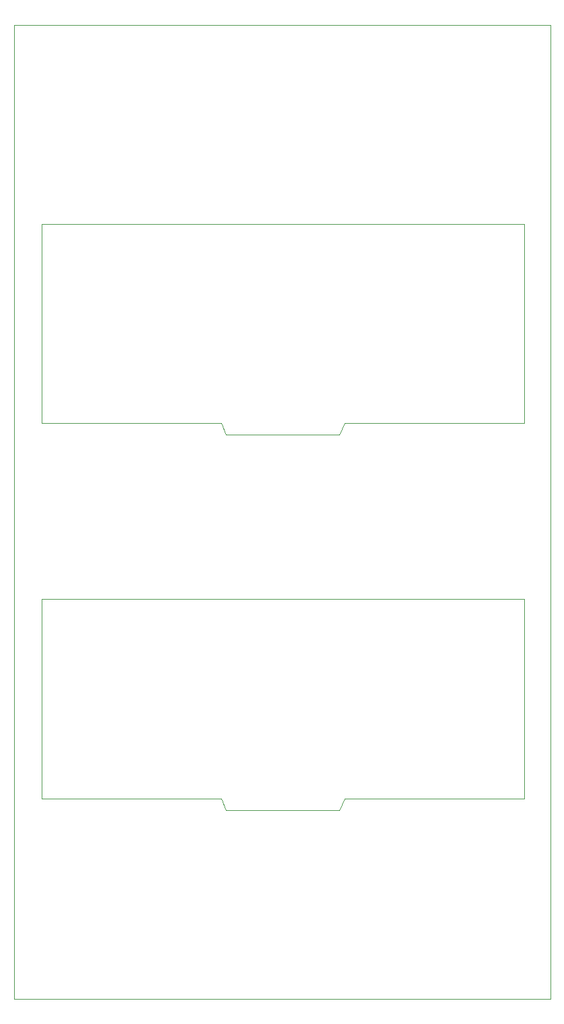
<source format=gm1>
%TF.GenerationSoftware,KiCad,Pcbnew,6.0.4-6f826c9f35~116~ubuntu18.04.1*%
%TF.CreationDate,2023-04-04T21:07:19-04:00*%
%TF.ProjectId,ex_displays,65785f64-6973-4706-9c61-79732e6b6963,rev?*%
%TF.SameCoordinates,Original*%
%TF.FileFunction,Profile,NP*%
%FSLAX46Y46*%
G04 Gerber Fmt 4.6, Leading zero omitted, Abs format (unit mm)*
G04 Created by KiCad (PCBNEW 6.0.4-6f826c9f35~116~ubuntu18.04.1) date 2023-04-04 21:07:19*
%MOMM*%
%LPD*%
G01*
G04 APERTURE LIST*
%TA.AperFunction,Profile*%
%ADD10C,0.100000*%
%TD*%
G04 APERTURE END LIST*
D10*
X76650000Y-90550000D02*
X76650000Y-64250000D01*
X97000001Y-123500000D02*
G75*
G03*
X97000001Y-123500000I-1J0D01*
G01*
X76650000Y-64250000D02*
X140350000Y-64250000D01*
X101000000Y-141550000D02*
X100390000Y-140050000D01*
X116610000Y-140050000D02*
X116000000Y-141550000D01*
X100390000Y-140050000D02*
X76650000Y-140050000D01*
X140350000Y-140050000D02*
X116610000Y-140050000D01*
X140350000Y-64250000D02*
X140350000Y-90550000D01*
X116000000Y-141550000D02*
X101000000Y-141550000D01*
X101000000Y-92050000D02*
X100390000Y-90550000D01*
X100390000Y-90550000D02*
X76650000Y-90550000D01*
X76650000Y-140050000D02*
X76650000Y-113750000D01*
X116000000Y-92050000D02*
X101000000Y-92050000D01*
X73000000Y-38000000D02*
X143800000Y-38000000D01*
X143800000Y-38000000D02*
X143800000Y-166500000D01*
X143800000Y-166500000D02*
X73000000Y-166500000D01*
X73000000Y-166500000D02*
X73000000Y-38000000D01*
X140350000Y-90550000D02*
X116610000Y-90550000D01*
X140350000Y-113750000D02*
X140350000Y-140050000D01*
X76650000Y-113750000D02*
X140350000Y-113750000D01*
X116610000Y-90550000D02*
X116000000Y-92050000D01*
M02*

</source>
